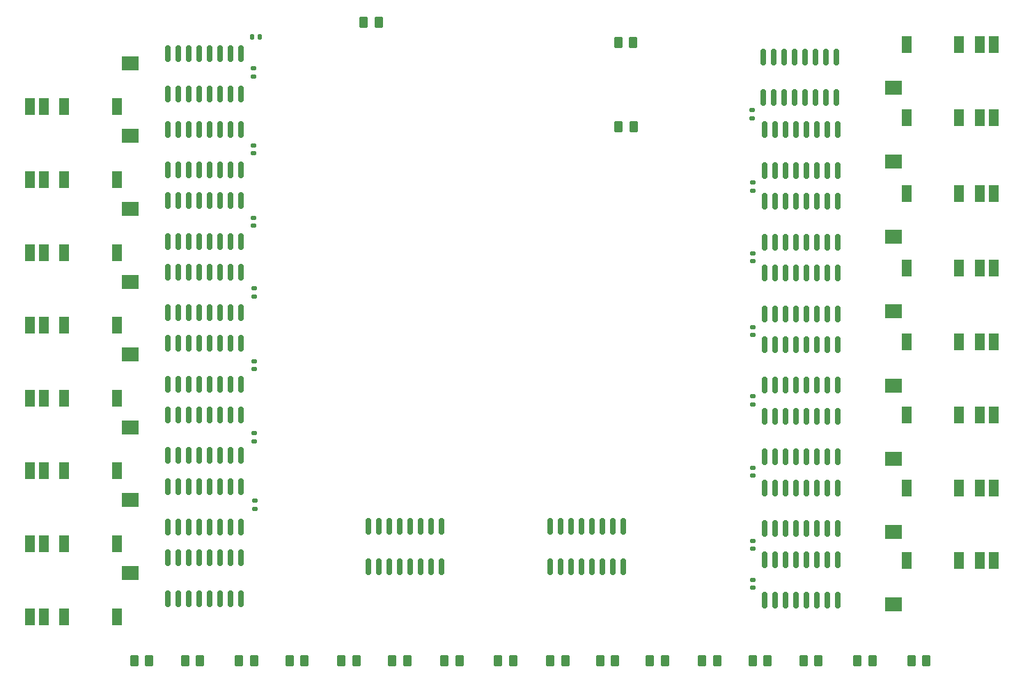
<source format=gbr>
%TF.GenerationSoftware,KiCad,Pcbnew,8.0.5*%
%TF.CreationDate,2025-03-09T15:17:30+08:00*%
%TF.ProjectId,hardware,68617264-7761-4726-952e-6b696361645f,rev?*%
%TF.SameCoordinates,Original*%
%TF.FileFunction,Paste,Top*%
%TF.FilePolarity,Positive*%
%FSLAX46Y46*%
G04 Gerber Fmt 4.6, Leading zero omitted, Abs format (unit mm)*
G04 Created by KiCad (PCBNEW 8.0.5) date 2025-03-09 15:17:30*
%MOMM*%
%LPD*%
G01*
G04 APERTURE LIST*
G04 Aperture macros list*
%AMRoundRect*
0 Rectangle with rounded corners*
0 $1 Rounding radius*
0 $2 $3 $4 $5 $6 $7 $8 $9 X,Y pos of 4 corners*
0 Add a 4 corners polygon primitive as box body*
4,1,4,$2,$3,$4,$5,$6,$7,$8,$9,$2,$3,0*
0 Add four circle primitives for the rounded corners*
1,1,$1+$1,$2,$3*
1,1,$1+$1,$4,$5*
1,1,$1+$1,$6,$7*
1,1,$1+$1,$8,$9*
0 Add four rect primitives between the rounded corners*
20,1,$1+$1,$2,$3,$4,$5,0*
20,1,$1+$1,$4,$5,$6,$7,0*
20,1,$1+$1,$6,$7,$8,$9,0*
20,1,$1+$1,$8,$9,$2,$3,0*%
G04 Aperture macros list end*
%ADD10RoundRect,0.150000X0.150000X-0.825000X0.150000X0.825000X-0.150000X0.825000X-0.150000X-0.825000X0*%
%ADD11RoundRect,0.140000X-0.170000X0.140000X-0.170000X-0.140000X0.170000X-0.140000X0.170000X0.140000X0*%
%ADD12RoundRect,0.150000X-0.150000X0.825000X-0.150000X-0.825000X0.150000X-0.825000X0.150000X0.825000X0*%
%ADD13RoundRect,0.250000X-0.262500X-0.450000X0.262500X-0.450000X0.262500X0.450000X-0.262500X0.450000X0*%
%ADD14R,1.300000X2.000000*%
%ADD15R,2.000000X1.700000*%
%ADD16RoundRect,0.250000X0.262500X0.450000X-0.262500X0.450000X-0.262500X-0.450000X0.262500X-0.450000X0*%
%ADD17RoundRect,0.140000X-0.140000X-0.170000X0.140000X-0.170000X0.140000X0.170000X-0.140000X0.170000X0*%
G04 APERTURE END LIST*
D10*
%TO.C,U8*%
X177755000Y-105733332D03*
X179025000Y-105733332D03*
X180295000Y-105733332D03*
X181565000Y-105733332D03*
X182835000Y-105733332D03*
X184105000Y-105733332D03*
X185375000Y-105733332D03*
X186645000Y-105733332D03*
X186645000Y-100783332D03*
X185375000Y-100783332D03*
X184105000Y-100783332D03*
X182835000Y-100783332D03*
X181565000Y-100783332D03*
X180295000Y-100783332D03*
X179025000Y-100783332D03*
X177755000Y-100783332D03*
%TD*%
D11*
%TO.C,C14*%
X248900000Y-120820000D03*
X248900000Y-121780000D03*
%TD*%
D12*
%TO.C,U14*%
X259200000Y-92224999D03*
X257930000Y-92224999D03*
X256660000Y-92224999D03*
X255390000Y-92224999D03*
X254120000Y-92224999D03*
X252850000Y-92224999D03*
X251580000Y-92224999D03*
X250310000Y-92224999D03*
X250310000Y-97174999D03*
X251580000Y-97174999D03*
X252850000Y-97174999D03*
X254120000Y-97174999D03*
X255390000Y-97174999D03*
X256660000Y-97174999D03*
X257930000Y-97174999D03*
X259200000Y-97174999D03*
%TD*%
D13*
%TO.C,R12*%
X224287500Y-130700000D03*
X226112500Y-130700000D03*
%TD*%
D14*
%TO.C,M14*%
X278200000Y-118500000D03*
X267600001Y-118500001D03*
D15*
X266000002Y-123800000D03*
D14*
X274000001Y-118500000D03*
X276500001Y-118500000D03*
%TD*%
D13*
%TO.C,R13*%
X230337500Y-130700000D03*
X232162500Y-130700000D03*
%TD*%
D14*
%TO.C,M6*%
X161000001Y-116442853D03*
X171600000Y-116442852D03*
D15*
X173199999Y-111142853D03*
D14*
X165200000Y-116442853D03*
X162700000Y-116442853D03*
%TD*%
D12*
%TO.C,U17*%
X259200000Y-118350000D03*
X257930000Y-118350000D03*
X256660000Y-118350000D03*
X255390000Y-118350000D03*
X254120000Y-118350000D03*
X252850000Y-118350000D03*
X251580000Y-118350000D03*
X250310000Y-118350000D03*
X250310000Y-123300000D03*
X251580000Y-123300000D03*
X252850000Y-123300000D03*
X254120000Y-123300000D03*
X255390000Y-123300000D03*
X256660000Y-123300000D03*
X257930000Y-123300000D03*
X259200000Y-123300000D03*
%TD*%
D13*
%TO.C,R5*%
X179875000Y-130700000D03*
X181700000Y-130700000D03*
%TD*%
D11*
%TO.C,C9*%
X248900000Y-81120000D03*
X248900000Y-82080000D03*
%TD*%
D13*
%TO.C,R19*%
X268187500Y-130700000D03*
X270012500Y-130700000D03*
%TD*%
%TO.C,R7*%
X192575000Y-130700000D03*
X194400000Y-130700000D03*
%TD*%
D14*
%TO.C,M16*%
X278200000Y-55700000D03*
X267600001Y-55700001D03*
D15*
X266000002Y-61000000D03*
D14*
X274000001Y-55700000D03*
X276500001Y-55700000D03*
%TD*%
D10*
%TO.C,U7*%
X177755000Y-97049999D03*
X179025000Y-97049999D03*
X180295000Y-97049999D03*
X181565000Y-97049999D03*
X182835000Y-97049999D03*
X184105000Y-97049999D03*
X185375000Y-97049999D03*
X186645000Y-97049999D03*
X186645000Y-92099999D03*
X185375000Y-92099999D03*
X184105000Y-92099999D03*
X182835000Y-92099999D03*
X181565000Y-92099999D03*
X180295000Y-92099999D03*
X179025000Y-92099999D03*
X177755000Y-92099999D03*
%TD*%
D11*
%TO.C,C16*%
X248800000Y-63720000D03*
X248800000Y-64680000D03*
%TD*%
D10*
%TO.C,U5*%
X177755000Y-79683333D03*
X179025000Y-79683333D03*
X180295000Y-79683333D03*
X181565000Y-79683333D03*
X182835000Y-79683333D03*
X184105000Y-79683333D03*
X185375000Y-79683333D03*
X186645000Y-79683333D03*
X186645000Y-74733333D03*
X185375000Y-74733333D03*
X184105000Y-74733333D03*
X182835000Y-74733333D03*
X181565000Y-74733333D03*
X180295000Y-74733333D03*
X179025000Y-74733333D03*
X177755000Y-74733333D03*
%TD*%
D14*
%TO.C,M15*%
X161000001Y-63300001D03*
X171600000Y-63300000D03*
D15*
X173199999Y-58000001D03*
D14*
X165200000Y-63300001D03*
X162700000Y-63300001D03*
%TD*%
D10*
%TO.C,U9*%
X177755000Y-114416665D03*
X179025000Y-114416665D03*
X180295000Y-114416665D03*
X181565000Y-114416665D03*
X182835000Y-114416665D03*
X184105000Y-114416665D03*
X185375000Y-114416665D03*
X186645000Y-114416665D03*
X186645000Y-109466665D03*
X185375000Y-109466665D03*
X184105000Y-109466665D03*
X182835000Y-109466665D03*
X181565000Y-109466665D03*
X180295000Y-109466665D03*
X179025000Y-109466665D03*
X177755000Y-109466665D03*
%TD*%
D11*
%TO.C,C2*%
X188200000Y-68020000D03*
X188200000Y-68980000D03*
%TD*%
%TO.C,C1*%
X188200000Y-58640000D03*
X188200000Y-59600000D03*
%TD*%
D14*
%TO.C,M4*%
X161000001Y-98728569D03*
X171600000Y-98728568D03*
D15*
X173199999Y-93428569D03*
D14*
X165200000Y-98728569D03*
X162700000Y-98728569D03*
%TD*%
D10*
%TO.C,U3*%
X224255000Y-119275000D03*
X225525000Y-119275000D03*
X226795000Y-119275000D03*
X228065000Y-119275000D03*
X229335000Y-119275000D03*
X230605000Y-119275000D03*
X231875000Y-119275000D03*
X233145000Y-119275000D03*
X233145000Y-114325000D03*
X231875000Y-114325000D03*
X230605000Y-114325000D03*
X229335000Y-114325000D03*
X228065000Y-114325000D03*
X226795000Y-114325000D03*
X225525000Y-114325000D03*
X224255000Y-114325000D03*
%TD*%
D11*
%TO.C,C13*%
X248900000Y-116100000D03*
X248900000Y-117060000D03*
%TD*%
D14*
%TO.C,M3*%
X161000001Y-89871427D03*
X171600000Y-89871426D03*
D15*
X173199999Y-84571427D03*
D14*
X165200000Y-89871427D03*
X162700000Y-89871427D03*
%TD*%
D13*
%TO.C,R14*%
X236387500Y-130700000D03*
X238212500Y-130700000D03*
%TD*%
%TO.C,R16*%
X248887500Y-130700000D03*
X250712500Y-130700000D03*
%TD*%
%TO.C,R10*%
X211437500Y-130700000D03*
X213262500Y-130700000D03*
%TD*%
D14*
%TO.C,M5*%
X161000001Y-107585711D03*
X171600000Y-107585710D03*
D15*
X173199999Y-102285711D03*
D14*
X165200000Y-107585711D03*
X162700000Y-107585711D03*
%TD*%
D13*
%TO.C,R9*%
X205087500Y-130700000D03*
X206912500Y-130700000D03*
%TD*%
D16*
%TO.C,R1*%
X234415000Y-65700000D03*
X232590000Y-65700000D03*
%TD*%
D12*
%TO.C,U16*%
X259200000Y-109641665D03*
X257930000Y-109641665D03*
X256660000Y-109641665D03*
X255390000Y-109641665D03*
X254120000Y-109641665D03*
X252850000Y-109641665D03*
X251580000Y-109641665D03*
X250310000Y-109641665D03*
X250310000Y-114591665D03*
X251580000Y-114591665D03*
X252850000Y-114591665D03*
X254120000Y-114591665D03*
X255390000Y-114591665D03*
X256660000Y-114591665D03*
X257930000Y-114591665D03*
X259200000Y-114591665D03*
%TD*%
D14*
%TO.C,M1*%
X161000001Y-72157143D03*
X171600000Y-72157142D03*
D15*
X173199999Y-66857143D03*
D14*
X165200000Y-72157143D03*
X162700000Y-72157143D03*
%TD*%
D10*
%TO.C,U6*%
X177755000Y-88366666D03*
X179025000Y-88366666D03*
X180295000Y-88366666D03*
X181565000Y-88366666D03*
X182835000Y-88366666D03*
X184105000Y-88366666D03*
X185375000Y-88366666D03*
X186645000Y-88366666D03*
X186645000Y-83416666D03*
X185375000Y-83416666D03*
X184105000Y-83416666D03*
X182835000Y-83416666D03*
X181565000Y-83416666D03*
X180295000Y-83416666D03*
X179025000Y-83416666D03*
X177755000Y-83416666D03*
%TD*%
D11*
%TO.C,C10*%
X248900000Y-90100000D03*
X248900000Y-91060000D03*
%TD*%
%TO.C,C8*%
X248900000Y-72520000D03*
X248900000Y-73480000D03*
%TD*%
D13*
%TO.C,R15*%
X242737500Y-130700000D03*
X244562500Y-130700000D03*
%TD*%
D14*
%TO.C,M9*%
X278200000Y-73836500D03*
X267600001Y-73836501D03*
D15*
X266000002Y-79136500D03*
D14*
X274000001Y-73836500D03*
X276500001Y-73836500D03*
%TD*%
D12*
%TO.C,U15*%
X259200000Y-100933332D03*
X257930000Y-100933332D03*
X256660000Y-100933332D03*
X255390000Y-100933332D03*
X254120000Y-100933332D03*
X252850000Y-100933332D03*
X251580000Y-100933332D03*
X250310000Y-100933332D03*
X250310000Y-105883332D03*
X251580000Y-105883332D03*
X252850000Y-105883332D03*
X254120000Y-105883332D03*
X255390000Y-105883332D03*
X256660000Y-105883332D03*
X257930000Y-105883332D03*
X259200000Y-105883332D03*
%TD*%
D13*
%TO.C,R18*%
X261637500Y-130700000D03*
X263462500Y-130700000D03*
%TD*%
%TO.C,R17*%
X255087500Y-130700000D03*
X256912500Y-130700000D03*
%TD*%
D10*
%TO.C,U4*%
X177755000Y-71000000D03*
X179025000Y-71000000D03*
X180295000Y-71000000D03*
X181565000Y-71000000D03*
X182835000Y-71000000D03*
X184105000Y-71000000D03*
X185375000Y-71000000D03*
X186645000Y-71000000D03*
X186645000Y-66050000D03*
X185375000Y-66050000D03*
X184105000Y-66050000D03*
X182835000Y-66050000D03*
X181565000Y-66050000D03*
X180295000Y-66050000D03*
X179025000Y-66050000D03*
X177755000Y-66050000D03*
%TD*%
%TO.C,U2*%
X202200000Y-119275000D03*
X203470000Y-119275000D03*
X204740000Y-119275000D03*
X206010000Y-119275000D03*
X207280000Y-119275000D03*
X208550000Y-119275000D03*
X209820000Y-119275000D03*
X211090000Y-119275000D03*
X211090000Y-114325000D03*
X209820000Y-114325000D03*
X208550000Y-114325000D03*
X207280000Y-114325000D03*
X206010000Y-114325000D03*
X204740000Y-114325000D03*
X203470000Y-114325000D03*
X202200000Y-114325000D03*
%TD*%
D13*
%TO.C,R11*%
X217937500Y-130700000D03*
X219762500Y-130700000D03*
%TD*%
D11*
%TO.C,C3*%
X188200000Y-76820000D03*
X188200000Y-77780000D03*
%TD*%
%TO.C,C7*%
X188400000Y-111220000D03*
X188400000Y-112180000D03*
%TD*%
D10*
%TO.C,U18*%
X177780000Y-61750000D03*
X179050000Y-61750000D03*
X180320000Y-61750000D03*
X181590000Y-61750000D03*
X182860000Y-61750000D03*
X184130000Y-61750000D03*
X185400000Y-61750000D03*
X186670000Y-61750000D03*
X186670000Y-56800000D03*
X185400000Y-56800000D03*
X184130000Y-56800000D03*
X182860000Y-56800000D03*
X181590000Y-56800000D03*
X180320000Y-56800000D03*
X179050000Y-56800000D03*
X177780000Y-56800000D03*
%TD*%
D13*
%TO.C,R6*%
X186425000Y-130700000D03*
X188250000Y-130700000D03*
%TD*%
D12*
%TO.C,U13*%
X259200000Y-83516666D03*
X257930000Y-83516666D03*
X256660000Y-83516666D03*
X255390000Y-83516666D03*
X254120000Y-83516666D03*
X252850000Y-83516666D03*
X251580000Y-83516666D03*
X250310000Y-83516666D03*
X250310000Y-88466666D03*
X251580000Y-88466666D03*
X252850000Y-88466666D03*
X254120000Y-88466666D03*
X255390000Y-88466666D03*
X256660000Y-88466666D03*
X257930000Y-88466666D03*
X259200000Y-88466666D03*
%TD*%
D14*
%TO.C,M2*%
X161000001Y-81014285D03*
X171600000Y-81014284D03*
D15*
X173199999Y-75714285D03*
D14*
X165200000Y-81014285D03*
X162700000Y-81014285D03*
%TD*%
%TO.C,M8*%
X278200000Y-64636500D03*
X267600001Y-64636501D03*
D15*
X266000002Y-69936500D03*
D14*
X274000001Y-64636500D03*
X276500001Y-64636500D03*
%TD*%
D10*
%TO.C,U10*%
X177755000Y-123100000D03*
X179025000Y-123100000D03*
X180295000Y-123100000D03*
X181565000Y-123100000D03*
X182835000Y-123100000D03*
X184105000Y-123100000D03*
X185375000Y-123100000D03*
X186645000Y-123100000D03*
X186645000Y-118150000D03*
X185375000Y-118150000D03*
X184105000Y-118150000D03*
X182835000Y-118150000D03*
X181565000Y-118150000D03*
X180295000Y-118150000D03*
X179025000Y-118150000D03*
X177755000Y-118150000D03*
%TD*%
D11*
%TO.C,C5*%
X188300000Y-94220000D03*
X188300000Y-95180000D03*
%TD*%
D14*
%TO.C,M11*%
X278200000Y-91900000D03*
X267600001Y-91900001D03*
D15*
X266000002Y-97200000D03*
D14*
X274000001Y-91900000D03*
X276500001Y-91900000D03*
%TD*%
D11*
%TO.C,C11*%
X248900000Y-98520000D03*
X248900000Y-99480000D03*
%TD*%
D14*
%TO.C,M12*%
X278200000Y-100800000D03*
X267600001Y-100800001D03*
D15*
X266000002Y-106100000D03*
D14*
X274000001Y-100800000D03*
X276500001Y-100800000D03*
%TD*%
D17*
%TO.C,C15*%
X188020000Y-54800000D03*
X188980000Y-54800000D03*
%TD*%
D11*
%TO.C,C4*%
X188300000Y-85400000D03*
X188300000Y-86360000D03*
%TD*%
D16*
%TO.C,R3*%
X203412500Y-53000000D03*
X201587500Y-53000000D03*
%TD*%
D13*
%TO.C,R8*%
X198875000Y-130700000D03*
X200700000Y-130700000D03*
%TD*%
D14*
%TO.C,M10*%
X278200000Y-82900000D03*
X267600001Y-82900001D03*
D15*
X266000002Y-88200000D03*
D14*
X274000001Y-82900000D03*
X276500001Y-82900000D03*
%TD*%
%TO.C,M7*%
X161000001Y-125300000D03*
X171600000Y-125299999D03*
D15*
X173199999Y-120000000D03*
D14*
X165200000Y-125300000D03*
X162700000Y-125300000D03*
%TD*%
D12*
%TO.C,U12*%
X259200000Y-74808333D03*
X257930000Y-74808333D03*
X256660000Y-74808333D03*
X255390000Y-74808333D03*
X254120000Y-74808333D03*
X252850000Y-74808333D03*
X251580000Y-74808333D03*
X250310000Y-74808333D03*
X250310000Y-79758333D03*
X251580000Y-79758333D03*
X252850000Y-79758333D03*
X254120000Y-79758333D03*
X255390000Y-79758333D03*
X256660000Y-79758333D03*
X257930000Y-79758333D03*
X259200000Y-79758333D03*
%TD*%
D16*
%TO.C,R2*%
X234370000Y-55500000D03*
X232545000Y-55500000D03*
%TD*%
D11*
%TO.C,C12*%
X248900000Y-107220000D03*
X248900000Y-108180000D03*
%TD*%
D14*
%TO.C,M13*%
X278200000Y-109700000D03*
X267600001Y-109700001D03*
D15*
X266000002Y-115000000D03*
D14*
X274000001Y-109700000D03*
X276500001Y-109700000D03*
%TD*%
D12*
%TO.C,U11*%
X259200000Y-66100000D03*
X257930000Y-66100000D03*
X256660000Y-66100000D03*
X255390000Y-66100000D03*
X254120000Y-66100000D03*
X252850000Y-66100000D03*
X251580000Y-66100000D03*
X250310000Y-66100000D03*
X250310000Y-71050000D03*
X251580000Y-71050000D03*
X252850000Y-71050000D03*
X254120000Y-71050000D03*
X255390000Y-71050000D03*
X256660000Y-71050000D03*
X257930000Y-71050000D03*
X259200000Y-71050000D03*
%TD*%
D11*
%TO.C,C6*%
X188300000Y-103020000D03*
X188300000Y-103980000D03*
%TD*%
D12*
%TO.C,U19*%
X259100000Y-57225000D03*
X257830000Y-57225000D03*
X256560000Y-57225000D03*
X255290000Y-57225000D03*
X254020000Y-57225000D03*
X252750000Y-57225000D03*
X251480000Y-57225000D03*
X250210000Y-57225000D03*
X250210000Y-62175000D03*
X251480000Y-62175000D03*
X252750000Y-62175000D03*
X254020000Y-62175000D03*
X255290000Y-62175000D03*
X256560000Y-62175000D03*
X257830000Y-62175000D03*
X259100000Y-62175000D03*
%TD*%
D13*
%TO.C,R4*%
X173687500Y-130700000D03*
X175512500Y-130700000D03*
%TD*%
M02*

</source>
